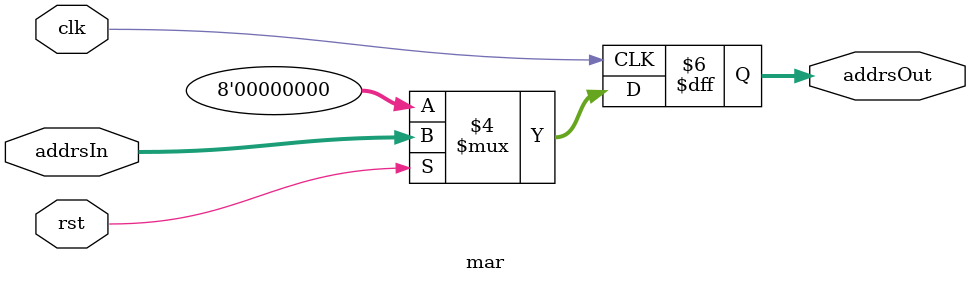
<source format=v>

module mar(addrsOut, addrsIn, clk, rst);
	output reg[7:0] addrsOut;
	input[7:0] addrsIn;
	input clk, rst;

	always @(negedge clk) begin
		if (!rst) begin
			addrsOut[7:0] = 8'b0;
		end else begin
			addrsOut[7:0] = addrsIn[7:0];
		end
	end
endmodule
</source>
